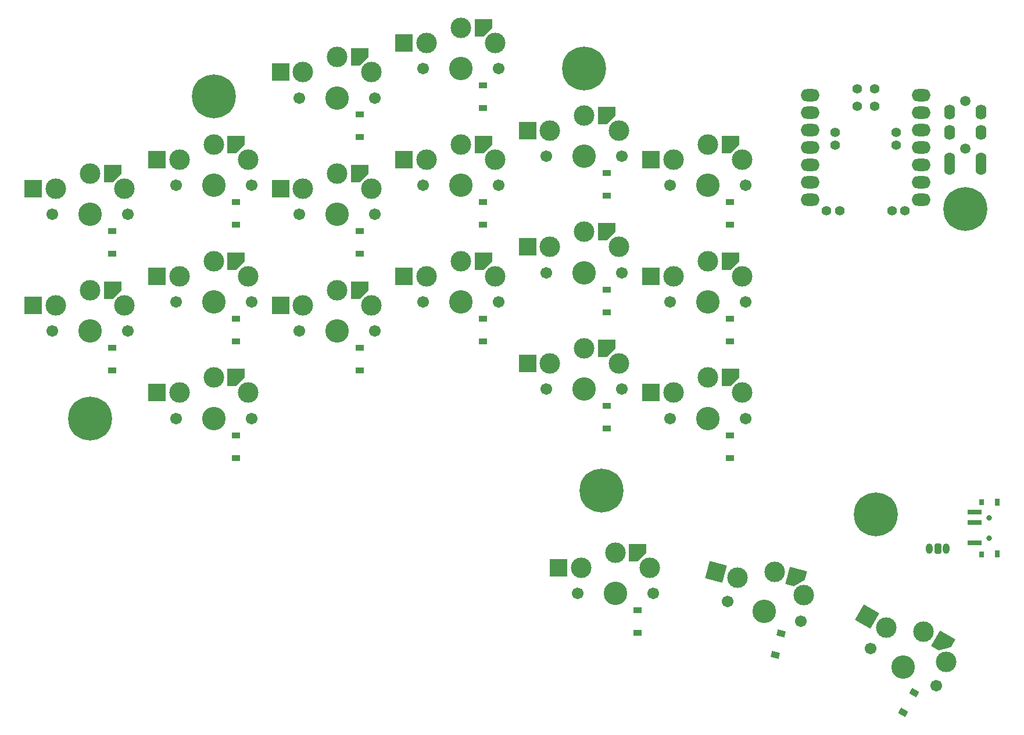
<source format=gts>
G04 #@! TF.GenerationSoftware,KiCad,Pcbnew,(6.0.5-0)*
G04 #@! TF.CreationDate,2023-02-07T22:55:57+01:00*
G04 #@! TF.ProjectId,awokb,61776f6b-622e-46b6-9963-61645f706362,rev?*
G04 #@! TF.SameCoordinates,Original*
G04 #@! TF.FileFunction,Soldermask,Top*
G04 #@! TF.FilePolarity,Negative*
%FSLAX46Y46*%
G04 Gerber Fmt 4.6, Leading zero omitted, Abs format (unit mm)*
G04 Created by KiCad (PCBNEW (6.0.5-0)) date 2023-02-07 22:55:57*
%MOMM*%
%LPD*%
G01*
G04 APERTURE LIST*
G04 Aperture macros list*
%AMRoundRect*
0 Rectangle with rounded corners*
0 $1 Rounding radius*
0 $2 $3 $4 $5 $6 $7 $8 $9 X,Y pos of 4 corners*
0 Add a 4 corners polygon primitive as box body*
4,1,4,$2,$3,$4,$5,$6,$7,$8,$9,$2,$3,0*
0 Add four circle primitives for the rounded corners*
1,1,$1+$1,$2,$3*
1,1,$1+$1,$4,$5*
1,1,$1+$1,$6,$7*
1,1,$1+$1,$8,$9*
0 Add four rect primitives between the rounded corners*
20,1,$1+$1,$2,$3,$4,$5,0*
20,1,$1+$1,$4,$5,$6,$7,0*
20,1,$1+$1,$6,$7,$8,$9,0*
20,1,$1+$1,$8,$9,$2,$3,0*%
%AMRotRect*
0 Rectangle, with rotation*
0 The origin of the aperture is its center*
0 $1 length*
0 $2 width*
0 $3 Rotation angle, in degrees counterclockwise*
0 Add horizontal line*
21,1,$1,$2,0,0,$3*%
%AMOutline5P*
0 Free polygon, 5 corners , with rotation*
0 The origin of the aperture is its center*
0 number of corners: always 5*
0 $1 to $10 corner X, Y*
0 $11 Rotation angle, in degrees counterclockwise*
0 create outline with 5 corners*
4,1,5,$1,$2,$3,$4,$5,$6,$7,$8,$9,$10,$1,$2,$11*%
%AMOutline6P*
0 Free polygon, 6 corners , with rotation*
0 The origin of the aperture is its center*
0 number of corners: always 6*
0 $1 to $12 corner X, Y*
0 $13 Rotation angle, in degrees counterclockwise*
0 create outline with 6 corners*
4,1,6,$1,$2,$3,$4,$5,$6,$7,$8,$9,$10,$11,$12,$1,$2,$13*%
%AMOutline7P*
0 Free polygon, 7 corners , with rotation*
0 The origin of the aperture is its center*
0 number of corners: always 7*
0 $1 to $14 corner X, Y*
0 $15 Rotation angle, in degrees counterclockwise*
0 create outline with 7 corners*
4,1,7,$1,$2,$3,$4,$5,$6,$7,$8,$9,$10,$11,$12,$13,$14,$1,$2,$15*%
%AMOutline8P*
0 Free polygon, 8 corners , with rotation*
0 The origin of the aperture is its center*
0 number of corners: always 8*
0 $1 to $16 corner X, Y*
0 $17 Rotation angle, in degrees counterclockwise*
0 create outline with 8 corners*
4,1,8,$1,$2,$3,$4,$5,$6,$7,$8,$9,$10,$11,$12,$13,$14,$15,$16,$1,$2,$17*%
G04 Aperture macros list end*
%ADD10C,3.000000*%
%ADD11C,3.429000*%
%ADD12C,1.701800*%
%ADD13RotRect,2.600000X2.600000X165.000000*%
%ADD14RotRect,0.900000X1.200000X75.000000*%
%ADD15Outline5P,-1.300000X0.000000X0.000000X1.300000X1.300000X1.300000X1.300000X-1.300000X-1.300000X-1.300000X165.000000*%
%ADD16R,2.600000X2.600000*%
%ADD17R,1.200000X0.900000*%
%ADD18Outline5P,-1.300000X0.000000X0.000000X1.300000X1.300000X1.300000X1.300000X-1.300000X-1.300000X-1.300000X180.000000*%
%ADD19C,1.500000*%
%ADD20O,1.600000X3.300000*%
%ADD21O,1.600000X2.200000*%
%ADD22C,0.800000*%
%ADD23C,6.400000*%
%ADD24RotRect,2.600000X2.600000X150.000000*%
%ADD25RotRect,0.900000X1.200000X60.000000*%
%ADD26Outline5P,-1.300000X0.000000X0.000000X1.300000X1.300000X1.300000X1.300000X-1.300000X-1.300000X-1.300000X150.000000*%
%ADD27R,2.000000X0.800000*%
%ADD28R,0.800000X1.000000*%
%ADD29R,0.800000X0.900000*%
%ADD30RoundRect,0.208333X0.291667X0.541667X-0.291667X0.541667X-0.291667X-0.541667X0.291667X-0.541667X0*%
%ADD31O,1.000000X1.500000*%
%ADD32O,2.750000X1.800000*%
%ADD33C,1.397000*%
G04 APERTURE END LIST*
D10*
X127334237Y-128202686D03*
X132733268Y-127371744D03*
X136993496Y-130790876D03*
D11*
X131193295Y-133119003D03*
D12*
X125880703Y-131695498D03*
X136505887Y-134542508D03*
D13*
X124170830Y-127355054D03*
D14*
X132844344Y-139514238D03*
D15*
X135896675Y-128219377D03*
D14*
X133698447Y-136326683D03*
D12*
X92500005Y-88000000D03*
D10*
X82000005Y-84250000D03*
D11*
X87000005Y-88000000D03*
D10*
X87000005Y-82050000D03*
D12*
X81500005Y-88000000D03*
D10*
X92000005Y-84250000D03*
D16*
X78725005Y-84250000D03*
D17*
X90250005Y-93750000D03*
D18*
X90275005Y-82050000D03*
D17*
X90250005Y-90450000D03*
D19*
X160505000Y-65692500D03*
X160505000Y-58692500D03*
X160505000Y-65692500D03*
X160505000Y-58692500D03*
D20*
X158205000Y-67832500D03*
X162805000Y-67832500D03*
D21*
X158205000Y-63292500D03*
X162805000Y-63292500D03*
X162805000Y-60292500D03*
X158205000Y-60292500D03*
D22*
X102600000Y-54000000D03*
D23*
X105000000Y-54000000D03*
D22*
X103302944Y-55697056D03*
X106697056Y-55697056D03*
X105000000Y-56400000D03*
X107400000Y-54000000D03*
X105000000Y-51600000D03*
X103302944Y-52302944D03*
X106697056Y-52302944D03*
D10*
X74000012Y-88499994D03*
X64000012Y-88499994D03*
D12*
X74500012Y-92249994D03*
D10*
X69000012Y-86299994D03*
D12*
X63500012Y-92249994D03*
D11*
X69000012Y-92249994D03*
D16*
X60725012Y-88499994D03*
D17*
X72250012Y-97999994D03*
D18*
X72275012Y-86299994D03*
D17*
X72250012Y-94699994D03*
D23*
X147500000Y-119000000D03*
D10*
X87000004Y-65049994D03*
D11*
X87000004Y-70999994D03*
D10*
X82000004Y-67249994D03*
X92000004Y-67249994D03*
D12*
X81500004Y-70999994D03*
X92500004Y-70999994D03*
D16*
X78725004Y-67249994D03*
D17*
X90250004Y-76749994D03*
D18*
X90275004Y-65049994D03*
D17*
X90250004Y-73449994D03*
D12*
X56500003Y-104999998D03*
D10*
X51000003Y-99049998D03*
X56000003Y-101249998D03*
D12*
X45500003Y-104999998D03*
D10*
X46000003Y-101249998D03*
D11*
X51000003Y-104999998D03*
D16*
X42725003Y-101249998D03*
D17*
X54250003Y-110749998D03*
D18*
X54275003Y-99049998D03*
D17*
X54250003Y-107449998D03*
D11*
X105000005Y-66749995D03*
D10*
X105000005Y-60799995D03*
X110000005Y-62999995D03*
X100000005Y-62999995D03*
D12*
X110500005Y-66749995D03*
X99500005Y-66749995D03*
D16*
X96725005Y-62999995D03*
D17*
X108250005Y-72499995D03*
X108250005Y-69199995D03*
D18*
X108275005Y-60799995D03*
D10*
X118000002Y-101249992D03*
X123000002Y-99049992D03*
D11*
X123000002Y-104999992D03*
D12*
X117500002Y-104999992D03*
X128500002Y-104999992D03*
D10*
X128000002Y-101249992D03*
D16*
X114725002Y-101249992D03*
D17*
X126250002Y-110749992D03*
D18*
X126275002Y-99049992D03*
D17*
X126250002Y-107449992D03*
D12*
X110500007Y-100750004D03*
D10*
X110000007Y-97000004D03*
D12*
X99500007Y-100750004D03*
D10*
X105000007Y-94800004D03*
X100000007Y-97000004D03*
D11*
X105000007Y-100750004D03*
D16*
X96725007Y-97000004D03*
D17*
X108250007Y-106500004D03*
X108250007Y-103200004D03*
D18*
X108275007Y-94800004D03*
D12*
X81499996Y-53999992D03*
D10*
X91999996Y-50249992D03*
X81999996Y-50249992D03*
D11*
X86999996Y-53999992D03*
D10*
X86999996Y-48049992D03*
D12*
X92499996Y-53999992D03*
D16*
X78724996Y-50249992D03*
D17*
X90249996Y-59749992D03*
D18*
X90274996Y-48049992D03*
D17*
X90249996Y-56449992D03*
D10*
X109500006Y-124549998D03*
X114500006Y-126749998D03*
D12*
X104000006Y-130499998D03*
D10*
X104500006Y-126749998D03*
D12*
X115000006Y-130499998D03*
D11*
X109500006Y-130499998D03*
D16*
X101225006Y-126749998D03*
D17*
X112750006Y-136249998D03*
D18*
X112775006Y-124549998D03*
D17*
X112750006Y-132949998D03*
D11*
X123000004Y-70999988D03*
D10*
X118000004Y-67249988D03*
D12*
X117500004Y-70999988D03*
D10*
X128000004Y-67249988D03*
D12*
X128500004Y-70999988D03*
D10*
X123000004Y-65049988D03*
D16*
X114725004Y-67249988D03*
D17*
X126250004Y-76749988D03*
X126250004Y-73449988D03*
D18*
X126275004Y-65049988D03*
D10*
X28000004Y-88499997D03*
X33000004Y-86299997D03*
D12*
X38500004Y-92249997D03*
D11*
X33000004Y-92249997D03*
D12*
X27500004Y-92249997D03*
D10*
X38000004Y-88499997D03*
D16*
X24725004Y-88499997D03*
D17*
X36250004Y-97999997D03*
X36250004Y-94699997D03*
D18*
X36275004Y-86299997D03*
D12*
X146706426Y-138513393D03*
D11*
X151469566Y-141263393D03*
D10*
X149014439Y-135515798D03*
X157674693Y-140515798D03*
X154444566Y-136110542D03*
D12*
X156232706Y-144013393D03*
D24*
X146178206Y-133878298D03*
D25*
X151409149Y-147868039D03*
X153059149Y-145010155D03*
D26*
X157280799Y-137748042D03*
D10*
X56000000Y-67250000D03*
D12*
X56500000Y-71000000D03*
X45500000Y-71000000D03*
D11*
X51000000Y-71000000D03*
D10*
X46000000Y-67250000D03*
X51000000Y-65050000D03*
D16*
X42725000Y-67250000D03*
D17*
X54250000Y-76750000D03*
X54250000Y-73450000D03*
D18*
X54275000Y-65050000D03*
D10*
X69000010Y-69299988D03*
X64000010Y-71499988D03*
D12*
X63500010Y-75249988D03*
X74500010Y-75249988D03*
D11*
X69000010Y-75249988D03*
D10*
X74000010Y-71499988D03*
D16*
X60725010Y-71499988D03*
D17*
X72250010Y-80999988D03*
X72250010Y-77699988D03*
D18*
X72275010Y-69299988D03*
D22*
X158802944Y-76197056D03*
X162197056Y-72802944D03*
X158100000Y-74500000D03*
D23*
X160500000Y-74500000D03*
D22*
X162900000Y-74500000D03*
X160500000Y-76900000D03*
X162197056Y-76197056D03*
X158802944Y-72802944D03*
X160500000Y-72100000D03*
D10*
X128000003Y-84249993D03*
D12*
X117500003Y-87999993D03*
D11*
X123000003Y-87999993D03*
D10*
X123000003Y-82049993D03*
D12*
X128500003Y-87999993D03*
D10*
X118000003Y-84249993D03*
D16*
X114725003Y-84249993D03*
D17*
X126250003Y-93749993D03*
D18*
X126275003Y-82049993D03*
D17*
X126250003Y-90449993D03*
D22*
X34697056Y-106697056D03*
X33000000Y-107400000D03*
D23*
X33000000Y-105000000D03*
D22*
X30600000Y-105000000D03*
X34697056Y-103302944D03*
X31302944Y-106697056D03*
X33000000Y-102600000D03*
X31302944Y-103302944D03*
X35400000Y-105000000D03*
D23*
X51000000Y-58000000D03*
D22*
X52697056Y-56302944D03*
X53400000Y-58000000D03*
X49302944Y-59697056D03*
X51000000Y-55600000D03*
X51000000Y-60400000D03*
X52697056Y-59697056D03*
X49302944Y-56302944D03*
X48600000Y-58000000D03*
X105100000Y-115500000D03*
X105802944Y-113802944D03*
X107500000Y-113100000D03*
X109197056Y-113802944D03*
X107500000Y-117900000D03*
D23*
X107500000Y-115500000D03*
D22*
X109900000Y-115500000D03*
X109197056Y-117197056D03*
X105802944Y-117197056D03*
D11*
X105000006Y-83750002D03*
D12*
X99500006Y-83750002D03*
D10*
X105000006Y-77800002D03*
D12*
X110500006Y-83750002D03*
D10*
X100000006Y-80000002D03*
X110000006Y-80000002D03*
D16*
X96725006Y-80000002D03*
D17*
X108250006Y-89500002D03*
X108250006Y-86200002D03*
D18*
X108275006Y-77800002D03*
D12*
X38500007Y-75249997D03*
D10*
X28000007Y-71499997D03*
D11*
X33000007Y-75249997D03*
D10*
X33000007Y-69299997D03*
X38000007Y-71499997D03*
D12*
X27500007Y-75249997D03*
D16*
X24725007Y-71499997D03*
D17*
X36250007Y-80999997D03*
X36250007Y-77699997D03*
D18*
X36275007Y-69299997D03*
D22*
X164000000Y-122500000D03*
X164000000Y-122500000D03*
X164000000Y-119500000D03*
X164000000Y-119500000D03*
D27*
X161900000Y-120177000D03*
D28*
X165125000Y-124750000D03*
D29*
X162875000Y-124800000D03*
X162875000Y-117200000D03*
D28*
X165125000Y-117250000D03*
D27*
X161900000Y-118677000D03*
X161900000Y-123177000D03*
D23*
X147500000Y-119000000D03*
D22*
X147500000Y-121400000D03*
X147500000Y-116600000D03*
X145802944Y-117302944D03*
X149197056Y-120697056D03*
X149900000Y-119000000D03*
X145100000Y-119000000D03*
X149197056Y-117302944D03*
X145802944Y-120697056D03*
D10*
X69000006Y-52299999D03*
D12*
X63500006Y-58249999D03*
D11*
X69000006Y-58249999D03*
D12*
X74500006Y-58249999D03*
D10*
X74000006Y-54499999D03*
X64000006Y-54499999D03*
D16*
X60725006Y-54499999D03*
D17*
X72250006Y-63999999D03*
D18*
X72275006Y-52299999D03*
D17*
X72250006Y-60699999D03*
D30*
X156500000Y-124000000D03*
D31*
X155250000Y-124000000D03*
X157750000Y-124000000D03*
D32*
X137905040Y-57880000D03*
X137905040Y-60420000D03*
X137905040Y-62960000D03*
X137905040Y-65500000D03*
X137905040Y-68040000D03*
X137905040Y-70580000D03*
X137905040Y-73120000D03*
X154094960Y-73120000D03*
X154094960Y-70580000D03*
X154094960Y-68040000D03*
X154094960Y-65500000D03*
X154094960Y-62960000D03*
X154094960Y-60420000D03*
X154094960Y-57880000D03*
D33*
X147270000Y-56928000D03*
X144730000Y-56928000D03*
X147270000Y-56928000D03*
X144730000Y-56928000D03*
X147270000Y-59468000D03*
X144730000Y-59468000D03*
X144730000Y-59468000D03*
X147270000Y-59468000D03*
X150445000Y-65183000D03*
X141555000Y-65183000D03*
X141555000Y-63278000D03*
X150445000Y-63278000D03*
X149810000Y-74708000D03*
X142190000Y-74708000D03*
X151715000Y-74708000D03*
X140285000Y-74708000D03*
D12*
X45500006Y-88000000D03*
D10*
X51000006Y-82050000D03*
X46000006Y-84250000D03*
X56000006Y-84250000D03*
D12*
X56500006Y-88000000D03*
D11*
X51000006Y-88000000D03*
D16*
X42725006Y-84250000D03*
D17*
X54250006Y-93750000D03*
X54250006Y-90450000D03*
D18*
X54275006Y-82050000D03*
M02*

</source>
